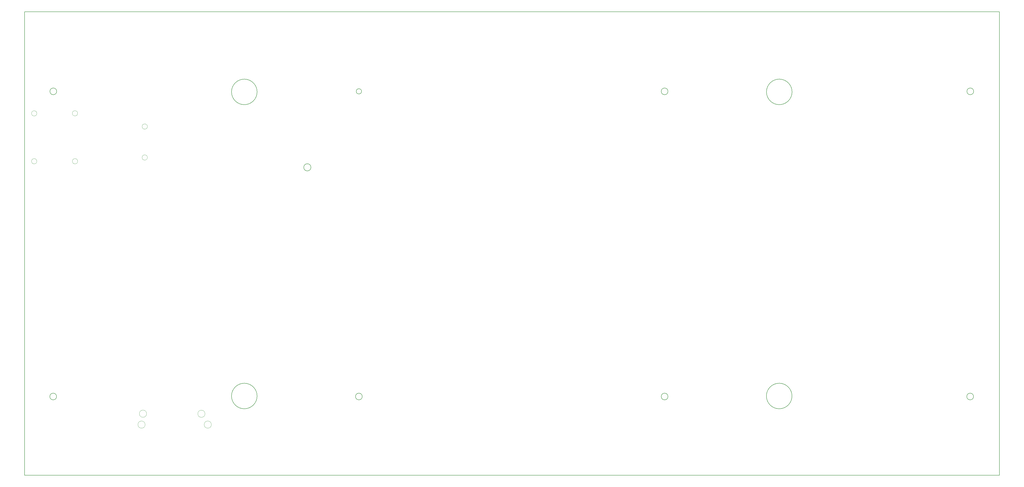
<source format=gm1>
%TF.GenerationSoftware,KiCad,Pcbnew,7.0.5*%
%TF.CreationDate,2024-10-27T20:43:36-04:00*%
%TF.ProjectId,Interconnect,496e7465-7263-46f6-9e6e-6563742e6b69,1.1*%
%TF.SameCoordinates,Original*%
%TF.FileFunction,Profile,NP*%
%FSLAX46Y46*%
G04 Gerber Fmt 4.6, Leading zero omitted, Abs format (unit mm)*
G04 Created by KiCad (PCBNEW 7.0.5) date 2024-10-27 20:43:36*
%MOMM*%
%LPD*%
G01*
G04 APERTURE LIST*
%TA.AperFunction,Profile*%
%ADD10C,0.100000*%
%TD*%
%TA.AperFunction,Profile*%
%ADD11C,0.160000*%
%TD*%
G04 APERTURE END LIST*
D10*
X51183000Y145585674D02*
G75*
G03*
X51183000Y145585674I-1100000J0D01*
G01*
X51183000Y132660000D02*
G75*
G03*
X51183000Y132660000I-1100000J0D01*
G01*
D11*
X319933355Y160053000D02*
G75*
G03*
X319933355Y160053000I-5334000J0D01*
G01*
X-17000Y-20000D02*
X406383000Y-20000D01*
X406383000Y193480000D02*
X-17000Y193480000D01*
X140455730Y160280000D02*
G75*
G03*
X140455730Y160280000I-1100000J0D01*
G01*
X-17000Y193480000D02*
X-17000Y-20000D01*
D10*
X75200000Y25640000D02*
G75*
G03*
X75200000Y25640000I-1500000J0D01*
G01*
D11*
X268197020Y160280000D02*
G75*
G03*
X268197020Y160280000I-1400000J0D01*
G01*
X268199164Y32845654D02*
G75*
G03*
X268199164Y32845654I-1400000J0D01*
G01*
X119363000Y128550865D02*
G75*
G03*
X119363000Y128550865I-1500000J0D01*
G01*
X96913517Y33056803D02*
G75*
G03*
X96913517Y33056803I-5334000J0D01*
G01*
X96917197Y160047300D02*
G75*
G03*
X96917197Y160047300I-5334000J0D01*
G01*
D10*
X22088800Y151100400D02*
G75*
G03*
X22088800Y151100400I-1100000J0D01*
G01*
D11*
X406383000Y-20000D02*
X406383000Y193480000D01*
X395632146Y160280000D02*
G75*
G03*
X395632146Y160280000I-1400000J0D01*
G01*
D10*
X5087124Y151075000D02*
G75*
G03*
X5087124Y151075000I-1100000J0D01*
G01*
D11*
X13353863Y160280000D02*
G75*
G03*
X13353863Y160280000I-1400000J0D01*
G01*
X395580180Y32845654D02*
G75*
G03*
X395580180Y32845654I-1400000J0D01*
G01*
D10*
X77853000Y21117000D02*
G75*
G03*
X77853000Y21117000I-1500000J0D01*
G01*
X50233000Y21117000D02*
G75*
G03*
X50233000Y21117000I-1500000J0D01*
G01*
D11*
X140747271Y32845654D02*
G75*
G03*
X140747271Y32845654I-1400000J0D01*
G01*
X13309252Y32845654D02*
G75*
G03*
X13309252Y32845654I-1400000J0D01*
G01*
D10*
X22105124Y131085200D02*
G75*
G03*
X22105124Y131085200I-1100000J0D01*
G01*
X5087124Y131085200D02*
G75*
G03*
X5087124Y131085200I-1100000J0D01*
G01*
D11*
X319905476Y33056803D02*
G75*
G03*
X319905476Y33056803I-5334000J0D01*
G01*
D10*
X50840000Y25670000D02*
G75*
G03*
X50840000Y25670000I-1500000J0D01*
G01*
M02*

</source>
